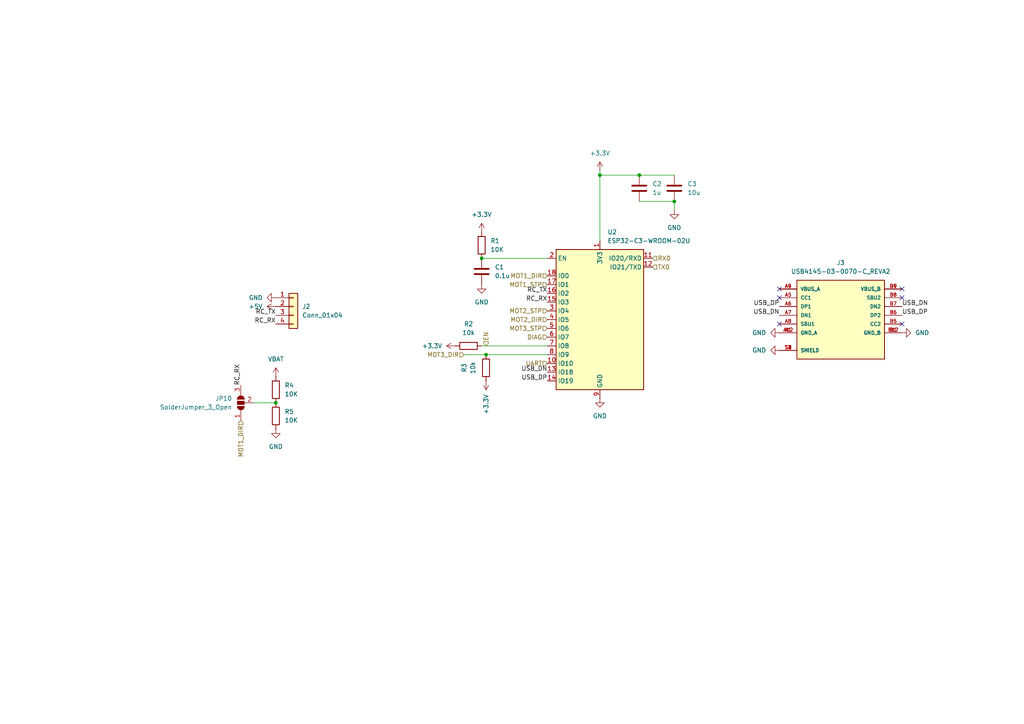
<source format=kicad_sch>
(kicad_sch (version 20231120) (generator "eeschema") (generator_version "8.0")
  (paper "A4")
  (lib_symbols
    (symbol "Connector_Generic:Conn_01x04" (pin_names (offset 1.016) hide)
      (property "Reference" "J" (at 0 5.08 0))
      (property "Value" "Conn_01x04" (at 0 -7.62 0))
      (symbol "Conn_01x04_1_1"
        (rectangle (start -1.27 -4.953) (end 0 -5.207) (stroke (width 0.1524)))
        (rectangle (start -1.27 -2.413) (end 0 -2.667) (stroke (width 0.1524)))
        (rectangle (start -1.27 0.127) (end 0 -0.127) (stroke (width 0.1524)))
        (rectangle (start -1.27 2.667) (end 0 2.413) (stroke (width 0.1524)))
        (rectangle (start -1.27 3.81) (end 1.27 -6.35) (stroke (width 0.254)) (fill (type background)))
        (pin passive line (at -5.08 2.54 0) (length 3.81) (name "Pin_1") (number "1"))
        (pin passive line (at -5.08 0 0) (length 3.81) (name "Pin_2") (number "2"))
        (pin passive line (at -5.08 -2.54 0) (length 3.81) (name "Pin_3") (number "3"))
        (pin passive line (at -5.08 -5.08 0) (length 3.81) (name "Pin_4") (number "4"))
      )
    )
    (symbol "Device:C" (pin_numbers hide) (pin_names (offset 0.254))
      (property "Reference" "C" (at 0.635 2.54 0))
      (property "Value" "C" (at 0.635 -2.54 0))
      (symbol "C_0_1"
        (polyline (pts (xy -2.032 -0.762) (xy 2.032 -0.762)) (stroke (width 0.508)))
        (polyline (pts (xy -2.032 0.762) (xy 2.032 0.762)) (stroke (width 0.508)))
      )
      (symbol "C_1_1"
        (pin passive line (at 0 3.81 270) (length 2.794) (name "~") (number "1"))
        (pin passive line (at 0 -3.81 90) (length 2.794) (name "~") (number "2"))
      )
    )
    (symbol "Device:R" (pin_numbers hide) (pin_names (offset 0))
      (property "Reference" "R" (at 2.032 0 90))
      (property "Value" "R" (at 0 0 90))
      (symbol "R_0_1"
        (rectangle (start -1.016 -2.54) (end 1.016 2.54) (stroke (width 0.254)))
      )
      (symbol "R_1_1"
        (pin passive line (at 0 3.81 270) (length 1.27) (name "~") (number "1"))
        (pin passive line (at 0 -3.81 90) (length 1.27) (name "~") (number "2"))
      )
    )
    (symbol "Jumper:SolderJumper_3_Open" (pin_names (offset 0) hide) (exclude_from_sim yes) (in_bom no)
      (property "Reference" "JP" (at -2.54 -2.54 0))
      (property "Value" "SolderJumper_3_Open" (at 0 2.794 0))
      (symbol "SolderJumper_3_Open_0_1"
        (arc (start -1.016 1.016) (mid -2.0276 0) (end -1.016 -1.016))
        (arc (start -1.016 1.016) (mid -2.0276 0) (end -1.016 -1.016) (fill (type outline)))
        (rectangle (start -0.508 1.016) (end 0.508 -1.016) (fill (type outline)))
        (polyline (pts (xy -2.54 0) (xy -2.032 0)))
        (polyline (pts (xy -1.016 1.016) (xy -1.016 -1.016)))
        (polyline (pts (xy 0 -1.27) (xy 0 -1.016)))
        (polyline (pts (xy 1.016 1.016) (xy 1.016 -1.016)))
        (polyline (pts (xy 2.54 0) (xy 2.032 0)))
        (arc (start 1.016 -1.016) (mid 2.0276 0) (end 1.016 1.016))
        (arc (start 1.016 -1.016) (mid 2.0276 0) (end 1.016 1.016) (fill (type outline)))
      )
      (symbol "SolderJumper_3_Open_1_1"
        (pin passive line (at -5.08 0 0) (length 2.54) (name "A") (number "1"))
        (pin passive line (at 0 -3.81 90) (length 2.54) (name "C") (number "2"))
        (pin passive line (at 5.08 0 180) (length 2.54) (name "B") (number "3"))
      )
    )
    (symbol "RF_Module:ESP32-C3-WROOM-02U"
      (property "Reference" "U" (at -12.192 21.336 0))
      (property "Value" "ESP32-C3-WROOM-02U" (at 12.7 21.336 0))
      (symbol "ESP32-C3-WROOM-02U_1_1"
        (rectangle (start -12.7 20.32) (end 12.7 -20.32) (stroke (width 0.254)) (fill (type background)))
        (pin power_in line (at 0 22.86 270) (length 2.54) (name "3V3") (number "1"))
        (pin bidirectional line (at -15.24 -12.7 0) (length 2.54) (name "IO10") (number "10"))
        (pin bidirectional line (at 15.24 17.78 180) (length 2.54) (name "IO20/RXD") (number "11"))
        (pin bidirectional line (at 15.24 15.24 180) (length 2.54) (name "IO21/TXD") (number "12"))
        (pin bidirectional line (at -15.24 -15.24 0) (length 2.54) (name "IO18") (number "13"))
        (pin bidirectional line (at -15.24 -17.78 0) (length 2.54) (name "IO19") (number "14"))
        (pin bidirectional line (at -15.24 5.08 0) (length 2.54) (name "IO3") (number "15"))
        (pin bidirectional line (at -15.24 7.62 0) (length 2.54) (name "IO2") (number "16"))
        (pin bidirectional line (at -15.24 10.16 0) (length 2.54) (name "IO1") (number "17"))
        (pin bidirectional line (at -15.24 12.7 0) (length 2.54) (name "IO0") (number "18"))
        (pin passive line (at 0 -22.86 90) (length 2.54) hide (name "GND") (number "19"))
        (pin input line (at -15.24 17.78 0) (length 2.54) (name "EN") (number "2"))
        (pin bidirectional line (at -15.24 2.54 0) (length 2.54) (name "IO4") (number "3"))
        (pin bidirectional line (at -15.24 0 0) (length 2.54) (name "IO5") (number "4"))
        (pin bidirectional line (at -15.24 -2.54 0) (length 2.54) (name "IO6") (number "5"))
        (pin bidirectional line (at -15.24 -5.08 0) (length 2.54) (name "IO7") (number "6"))
        (pin bidirectional line (at -15.24 -7.62 0) (length 2.54) (name "IO8") (number "7"))
        (pin bidirectional line (at -15.24 -10.16 0) (length 2.54) (name "IO9") (number "8"))
        (pin power_in line (at 0 -22.86 90) (length 2.54) (name "GND") (number "9"))
      )
    )
    (symbol "USB4145-03-0070-C_REVA2:USB4145-03-0070-C_REVA2" (pin_names (offset 1.016))
      (property "Reference" "J" (at -12.7 10.922 0))
      (property "Value" "USB4145-03-0070-C_REVA2" (at -12.7 -15.24 0))
      (symbol "USB4145-03-0070-C_REVA2_0_0"
        (rectangle (start -12.7 -12.7) (end 12.7 10.16) (stroke (width 0.254)) (fill (type background)))
        (pin power_in line (at -17.78 -5.08 0) (length 5.08) (name "GND_A") (number "A1"))
        (pin power_in line (at -17.78 -5.08 0) (length 5.08) (name "GND_A") (number "A12"))
        (pin power_in line (at -17.78 7.62 0) (length 5.08) (name "VBUS_A") (number "A4"))
        (pin bidirectional line (at -17.78 5.08 0) (length 5.08) (name "CC1") (number "A5"))
        (pin bidirectional line (at -17.78 2.54 0) (length 5.08) (name "DP1") (number "A6"))
        (pin bidirectional line (at -17.78 0 0) (length 5.08) (name "DN1") (number "A7"))
        (pin bidirectional line (at -17.78 -2.54 0) (length 5.08) (name "SBU1") (number "A8"))
        (pin power_in line (at -17.78 7.62 0) (length 5.08) (name "VBUS_A") (number "A9"))
        (pin power_in line (at 17.78 -5.08 180) (length 5.08) (name "GND_B") (number "B1"))
        (pin power_in line (at 17.78 -5.08 180) (length 5.08) (name "GND_B") (number "B12"))
        (pin power_in line (at 17.78 7.62 180) (length 5.08) (name "VBUS_B") (number "B4"))
        (pin bidirectional line (at 17.78 -2.54 180) (length 5.08) (name "CC2") (number "B5"))
        (pin bidirectional line (at 17.78 0 180) (length 5.08) (name "DP2") (number "B6"))
        (pin bidirectional line (at 17.78 2.54 180) (length 5.08) (name "DN2") (number "B7"))
        (pin bidirectional line (at 17.78 5.08 180) (length 5.08) (name "SBU2") (number "B8"))
        (pin power_in line (at 17.78 7.62 180) (length 5.08) (name "VBUS_B") (number "B9"))
        (pin passive line (at -17.78 -10.16 0) (length 5.08) (name "SHIELD") (number "S1"))
        (pin passive line (at -17.78 -10.16 0) (length 5.08) (name "SHIELD") (number "S2"))
        (pin passive line (at -17.78 -10.16 0) (length 5.08) (name "SHIELD") (number "S3"))
        (pin passive line (at -17.78 -10.16 0) (length 5.08) (name "SHIELD") (number "S4"))
      )
    )
    (symbol "power:+3.3V" (power) (pin_numbers hide) (pin_names (offset 0) hide)
      (property "Value" "+3.3V" (at 0 3.556 0))
      (symbol "+3.3V_0_1"
        (polyline (pts (xy -0.762 1.27) (xy 0 2.54)))
        (polyline (pts (xy 0 0) (xy 0 2.54)))
        (polyline (pts (xy 0 2.54) (xy 0.762 1.27)))
      )
      (symbol "+3.3V_1_1"
        (pin power_in line (at 0 0 90) (length 0) (name "~") (number "1"))
      )
    )
    (symbol "power:+5V" (power) (pin_numbers hide) (pin_names (offset 0) hide)
      (property "Value" "+5V" (at 0 3.556 0))
      (symbol "+5V_0_1"
        (polyline (pts (xy -0.762 1.27) (xy 0 2.54)))
        (polyline (pts (xy 0 0) (xy 0 2.54)))
        (polyline (pts (xy 0 2.54) (xy 0.762 1.27)))
      )
      (symbol "+5V_1_1"
        (pin power_in line (at 0 0 90) (length 0) (name "~") (number "1"))
      )
    )
    (symbol "power:GND" (power) (pin_numbers hide) (pin_names (offset 0) hide)
      (property "Value" "GND" (at 0 -3.81 0))
      (symbol "GND_0_1"
        (polyline (pts (xy 0 0) (xy 0 -1.27) (xy 1.27 -1.27) (xy 0 -2.54) (xy -1.27 -1.27) (xy 0 -1.27)))
      )
      (symbol "GND_1_1"
        (pin power_in line (at 0 0 270) (length 0) (name "~") (number "1"))
      )
    )
    (symbol "power:VD" (power) (pin_numbers hide) (pin_names (offset 0) hide)
      (property "Value" "VD" (at 0 3.556 0))
      (symbol "VD_0_1"
        (polyline (pts (xy -0.762 1.27) (xy 0 2.54)))
        (polyline (pts (xy 0 0) (xy 0 2.54)))
        (polyline (pts (xy 0 2.54) (xy 0.762 1.27)))
      )
      (symbol "VD_1_1"
        (pin power_in line (at 0 0 90) (length 0) (name "~") (number "1"))
      )
    )
  )
  (junction (at 139.7 74.93))
  (junction (at 173.99 50.8))
  (junction (at 185.42 50.8))
  (junction (at 80.01 116.84))
  (junction (at 195.58 58.42))
  (junction (at 140.97 102.87))
  (no_connect (at 226.06 86.36))
  (no_connect (at 261.62 86.36))
  (no_connect (at 226.06 93.98))
  (no_connect (at 226.06 83.82))
  (no_connect (at 261.62 83.82))
  (no_connect (at 261.62 93.98))
  (wire (pts (xy 73.66 116.84) (xy 80.01 116.84)))
  (wire (pts (xy 195.58 60.96) (xy 195.58 58.42)))
  (wire (pts (xy 139.7 100.33) (xy 158.75 100.33)))
  (wire (pts (xy 185.42 50.8) (xy 195.58 50.8)))
  (wire (pts (xy 173.99 49.53) (xy 173.99 50.8)))
  (wire (pts (xy 173.99 50.8) (xy 185.42 50.8)))
  (wire (pts (xy 185.42 58.42) (xy 195.58 58.42)))
  (wire (pts (xy 140.97 102.87) (xy 158.75 102.87)))
  (wire (pts (xy 173.99 50.8) (xy 173.99 69.85)))
  (wire (pts (xy 134.62 102.87) (xy 140.97 102.87)))
  (wire (pts (xy 139.7 74.93) (xy 158.75 74.93)))
  (label "USB_DN" (at 261.62 88.9 0))
  (label "USB_DP" (at 261.62 91.44 0))
  (label "RC_RX" (at 80.01 93.98 180))
  (label "USB_DP" (at 158.75 110.49 180))
  (label "RC_RX" (at 69.85 111.76 90))
  (label "USB_DN" (at 158.75 107.95 180))
  (label "USB_DP" (at 226.06 88.9 180))
  (label "USB_DN" (at 226.06 91.44 180))
  (label "RC_RX" (at 158.75 87.63 180))
  (label "RC_TX" (at 158.75 85.09 180))
  (label "RC_TX" (at 80.01 91.44 180))
  (hierarchical_label "RX0" (shape input) (at 189.23 74.93 0))
  (hierarchical_label "MOT1_STP" (shape input) (at 158.75 82.55 180))
  (hierarchical_label "EN" (shape input) (at 140.97 100.33 90))
  (hierarchical_label "MOT3_DIR" (shape input) (at 134.62 102.87 180))
  (hierarchical_label "MOT1_DIR" (shape input) (at 158.75 80.01 180))
  (hierarchical_label "MOT1_DIR" (shape input) (at 69.85 121.92 270))
  (hierarchical_label "DIAG" (shape input) (at 158.75 97.79 180))
  (hierarchical_label "MOT3_STP" (shape input) (at 158.75 95.25 180))
  (hierarchical_label "TX0" (shape input) (at 189.23 77.47 0))
  (hierarchical_label "MOT2_STP" (shape input) (at 158.75 90.17 180))
  (hierarchical_label "UART" (shape input) (at 158.75 105.41 180))
  (hierarchical_label "MOT2_DIR" (shape input) (at 158.75 92.71 180))
  (symbol (lib_id "power:GND") (at 139.7 82.55 0) (unit 1)
    (property "Reference" "#PWR08" (effects (hide yes)))
    (property "Value" "GND" (at 139.7 87.63 0))
    (property "Description" "Power symbol creates a global label with name \"GND\" , ground" (effects (hide yes)))
  )
  (symbol (lib_id "Device:C") (at 185.42 54.61 0) (unit 1)
    (property "Reference" "C2" (at 189.23 53.3399 0) (effects (justify left)))
    (property "Value" "1u" (at 189.23 55.8799 0) (effects (justify left)))
    (property "Footprint" "Capacitor_SMD:C_0603_1608Metric_Pad1.08x0.95mm_HandSolder" (effects (hide yes)))
    (property "Description" "Unpolarized capacitor" (effects (hide yes)))
  )
  (symbol (lib_id "power:GND") (at 80.01 124.46 0) (unit 1)
    (property "Reference" "#PWR066" (effects (hide yes)))
    (property "Value" "GND" (at 80.01 129.54 0))
    (property "Description" "Power symbol creates a global label with name \"GND\" , ground" (effects (hide yes)))
  )
  (symbol (lib_id "power:VD") (at 80.01 109.22 0) (unit 1)
    (property "Reference" "#PWR065" (effects (hide yes)))
    (property "Value" "VBAT" (at 80.01 104.14 0))
    (property "Description" "Power symbol creates a global label with name \"VD\"" (effects (hide yes)))
  )
  (symbol (lib_id "power:+3.3V") (at 132.08 100.33 90) (unit 1)
    (property "Reference" "#PWR011" (effects (hide yes)))
    (property "Value" "+3.3V" (at 128.27 100.3299 90) (effects (justify left)))
    (property "Description" "Power symbol creates a global label with name \"+3.3V\"" (effects (hide yes)))
  )
  (symbol (lib_id "RF_Module:ESP32-C3-WROOM-02U") (at 173.99 92.71 0) (unit 1)
    (property "Reference" "U2" (at 176.1841 67.31 0) (effects (justify left)))
    (property "Value" "ESP32-C3-WROOM-02U" (at 176.1841 69.85 0) (effects (justify left)))
    (property "Footprint" "RF_Module:ESP32-C3-WROOM-02U" (effects (hide yes)))
    (property "Datasheet" "https://www.espressif.com/sites/default/files/documentation/esp32-c3-wroom-02_datasheet_en.pdf" (effects (hide yes)))
    (property "Description" "802.11 b/g/n Wi­Fi and Bluetooth 5 module, ESP32­C3 SoC, RISC­V microprocessor, On-board antenna" (effects (hide yes)))
  )
  (symbol (lib_id "Device:R") (at 80.01 113.03 180) (unit 1)
    (property "Reference" "R4" (at 82.55 111.7599 0) (effects (justify right)))
    (property "Value" "10K" (at 82.55 114.2999 0) (effects (justify right)))
    (property "Footprint" "Resistor_SMD:R_0603_1608Metric_Pad0.98x0.95mm_HandSolder" (effects (hide yes)))
    (property "Description" "Resistor" (effects (hide yes)))
  )
  (symbol (lib_id "Device:R") (at 80.01 120.65 180) (unit 1)
    (property "Reference" "R5" (at 82.55 119.3799 0) (effects (justify right)))
    (property "Value" "10K" (at 82.55 121.9199 0) (effects (justify right)))
    (property "Footprint" "Resistor_SMD:R_0603_1608Metric_Pad0.98x0.95mm_HandSolder" (effects (hide yes)))
    (property "Description" "Resistor" (effects (hide yes)))
  )
  (symbol (lib_id "Jumper:SolderJumper_3_Open") (at 69.85 116.84 90) (unit 1) (exclude_from_sim yes) (in_bom no)
    (property "Reference" "JP10" (at 67.31 115.5699 90) (effects (justify left)))
    (property "Value" "SolderJumper_3_Open" (at 67.31 118.1099 90) (effects (justify left)))
    (property "Footprint" "Jumper:SolderJumper-3_P1.3mm_Open_RoundedPad1.0x1.5mm" (effects (hide yes)))
    (property "Description" "Solder Jumper, 3-pole, open" (effects (hide yes)))
  )
  (symbol (lib_id "power:GND") (at 195.58 60.96 0) (unit 1)
    (property "Reference" "#PWR010" (effects (hide yes)))
    (property "Value" "GND" (at 195.58 66.04 0))
    (property "Description" "Power symbol creates a global label with name \"GND\" , ground" (effects (hide yes)))
  )
  (symbol (lib_id "power:GND") (at 226.06 101.6 270) (unit 1)
    (property "Reference" "#PWR013" (effects (hide yes)))
    (property "Value" "GND" (at 222.25 101.5999 90) (effects (justify right)))
    (property "Description" "Power symbol creates a global label with name \"GND\" , ground" (effects (hide yes)))
  )
  (symbol (lib_id "Connector_Generic:Conn_01x04") (at 85.09 88.9 0) (unit 1)
    (property "Reference" "J2" (at 87.63 88.8999 0) (effects (justify left)))
    (property "Value" "Conn_01x04" (at 87.63 91.4399 0) (effects (justify left)))
    (property "Footprint" "Connector_PinHeader_2.54mm:PinHeader_1x04_P2.54mm_Vertical" (effects (hide yes)))
    (property "Description" "Generic connector, single row, 01x04, script generated (kicad-library-utils/schlib/autogen/connector/)" (effects (hide yes)))
  )
  (symbol (lib_id "power:+3.3V") (at 140.97 110.49 180) (unit 1)
    (property "Reference" "#PWR035" (effects (hide yes)))
    (property "Value" "+3.3V" (at 140.9699 114.3 90) (effects (justify left)))
    (property "Description" "Power symbol creates a global label with name \"+3.3V\"" (effects (hide yes)))
  )
  (symbol (lib_id "Device:R") (at 139.7 71.12 180) (unit 1)
    (property "Reference" "R1" (at 142.24 69.8499 0) (effects (justify right)))
    (property "Value" "10K" (at 142.24 72.3899 0) (effects (justify right)))
    (property "Footprint" "Resistor_SMD:R_0603_1608Metric_Pad0.98x0.95mm_HandSolder" (effects (hide yes)))
    (property "Description" "Resistor" (effects (hide yes)))
  )
  (symbol (lib_id "power:GND") (at 226.06 96.52 270) (unit 1)
    (property "Reference" "#PWR012" (effects (hide yes)))
    (property "Value" "GND" (at 222.25 96.5199 90) (effects (justify right)))
    (property "Description" "Power symbol creates a global label with name \"GND\" , ground" (effects (hide yes)))
  )
  (symbol (lib_id "power:+3.3V") (at 173.99 49.53 0) (unit 1)
    (property "Reference" "#PWR09" (effects (hide yes)))
    (property "Value" "+3.3V" (at 173.99 44.45 0))
    (property "Description" "Power symbol creates a global label with name \"+3.3V\"" (effects (hide yes)))
  )
  (symbol (lib_id "power:+3.3V") (at 139.7 67.31 0) (unit 1)
    (property "Reference" "#PWR07" (effects (hide yes)))
    (property "Value" "+3.3V" (at 139.7 62.23 0))
    (property "Description" "Power symbol creates a global label with name \"+3.3V\"" (effects (hide yes)))
  )
  (symbol (lib_id "Device:R") (at 135.89 100.33 90) (unit 1)
    (property "Reference" "R2" (at 135.89 93.98 90))
    (property "Value" "10k" (at 135.89 96.52 90))
    (property "Footprint" "Resistor_SMD:R_0603_1608Metric_Pad0.98x0.95mm_HandSolder" (effects (hide yes)))
    (property "Description" "Resistor" (effects (hide yes)))
  )
  (symbol (lib_id "power:GND") (at 80.01 86.36 270) (unit 1)
    (property "Reference" "#PWR04" (effects (hide yes)))
    (property "Value" "GND" (at 76.2 86.3599 90) (effects (justify right)))
    (property "Description" "Power symbol creates a global label with name \"GND\" , ground" (effects (hide yes)))
  )
  (symbol (lib_id "Device:C") (at 139.7 78.74 180) (unit 1)
    (property "Reference" "C1" (at 143.51 77.4699 0) (effects (justify right)))
    (property "Value" "0.1u" (at 143.51 80.0099 0) (effects (justify right)))
    (property "Footprint" "Capacitor_SMD:C_0603_1608Metric_Pad1.08x0.95mm_HandSolder" (effects (hide yes)))
    (property "Description" "Unpolarized capacitor" (effects (hide yes)))
  )
  (symbol (lib_id "Device:C") (at 195.58 54.61 0) (unit 1)
    (property "Reference" "C3" (at 199.39 53.3399 0) (effects (justify left)))
    (property "Value" "10u" (at 199.39 55.8799 0) (effects (justify left)))
    (property "Footprint" "Capacitor_SMD:C_0603_1608Metric_Pad1.08x0.95mm_HandSolder" (effects (hide yes)))
    (property "Description" "Unpolarized capacitor" (effects (hide yes)))
  )
  (symbol (lib_id "Device:R") (at 140.97 106.68 180) (unit 1)
    (property "Reference" "R3" (at 134.62 106.68 90))
    (property "Value" "10k" (at 137.16 106.68 90))
    (property "Footprint" "Resistor_SMD:R_0603_1608Metric_Pad0.98x0.95mm_HandSolder" (effects (hide yes)))
    (property "Description" "Resistor" (effects (hide yes)))
  )
  (symbol (lib_id "USB4145-03-0070-C_REVA2:USB4145-03-0070-C_REVA2") (at 243.84 91.44 0) (unit 1)
    (property "Reference" "J3" (at 243.84 76.2 0))
    (property "Value" "USB4145-03-0070-C_REVA2" (at 243.84 78.74 0))
    (property "Footprint" "USB4145-03-0070-C_REVA2:GCT_USB4145-03-0070-C_REVA2" (effects (hide yes)))
    (property "MF" "Global Connector Technology" (effects (hide yes)))
    (property "MAXIMUM_PACKAGE_HEIGHT" "7.66mm" (effects (hide yes)))
    (property "Package" "None" (effects (hide yes)))
    (property "Price" "None" (effects (hide yes)))
    (property "Check_prices" "https://www.snapeda.com/parts/USB4145-03-0070-C/Global+Connector+Technology/view-part/?ref=eda" (effects (hide yes)))
    (property "STANDARD" "Manufacturer Recommendations" (effects (hide yes)))
    (property "PARTREV" "A2" (effects (hide yes)))
    (property "SnapEDA_Link" "https://www.snapeda.com/parts/USB4145-03-0070-C/Global+Connector+Technology/view-part/?ref=snap" (effects (hide yes)))
    (property "MP" "USB4145-03-0070-C" (effects (hide yes)))
    (property "Description_1" "\n                        \n                            Type C USB 2.0 Connector\n                        \n" (effects (hide yes)))
    (property "MANUFACTURER" "GCT" (effects (hide yes)))
    (property "Availability" "In Stock" (effects (hide yes)))
    (property "SNAPEDA_PN" "USB4145-03-0070-C" (effects (hide yes)))
    (property "Mouser_Price_USD" "1.25" (effects (hide yes)))
    (property "Mouser Part Number" " 640-USB4145-3-0070-C " (effects (hide yes)))
  )
  (symbol (lib_id "power:GND") (at 173.99 115.57 0) (unit 1)
    (property "Reference" "#PWR06" (effects (hide yes)))
    (property "Value" "GND" (at 173.99 120.65 0))
    (property "Description" "Power symbol creates a global label with name \"GND\" , ground" (effects (hide yes)))
  )
  (symbol (lib_id "power:+5V") (at 80.01 88.9 90) (unit 1)
    (property "Reference" "#PWR05" (effects (hide yes)))
    (property "Value" "+5V" (at 76.2 88.8999 90) (effects (justify left)))
    (property "Description" "Power symbol creates a global label with name \"+5V\"" (effects (hide yes)))
  )
  (symbol (lib_id "power:GND") (at 261.62 96.52 90) (unit 1)
    (property "Reference" "#PWR014" (effects (hide yes)))
    (property "Value" "GND" (at 265.43 96.5199 90) (effects (justify right)))
    (property "Description" "Power symbol creates a global label with name \"GND\" , ground" (effects (hide yes)))
  )
)
</source>
